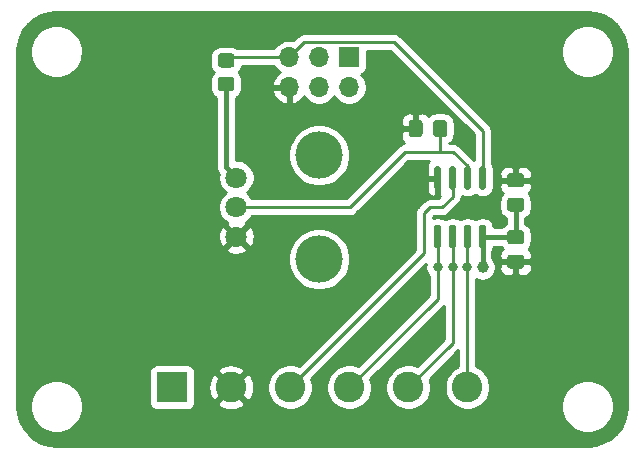
<source format=gbr>
%TF.GenerationSoftware,KiCad,Pcbnew,5.1.9-73d0e3b20d~88~ubuntu20.04.1*%
%TF.CreationDate,2021-04-20T00:17:22+02:00*%
%TF.ProjectId,hardware,68617264-7761-4726-952e-6b696361645f,rev?*%
%TF.SameCoordinates,Original*%
%TF.FileFunction,Copper,L1,Top*%
%TF.FilePolarity,Positive*%
%FSLAX46Y46*%
G04 Gerber Fmt 4.6, Leading zero omitted, Abs format (unit mm)*
G04 Created by KiCad (PCBNEW 5.1.9-73d0e3b20d~88~ubuntu20.04.1) date 2021-04-20 00:17:22*
%MOMM*%
%LPD*%
G01*
G04 APERTURE LIST*
%TA.AperFunction,ComponentPad*%
%ADD10R,2.600000X2.600000*%
%TD*%
%TA.AperFunction,ComponentPad*%
%ADD11C,2.600000*%
%TD*%
%TA.AperFunction,ComponentPad*%
%ADD12R,1.700000X1.700000*%
%TD*%
%TA.AperFunction,ComponentPad*%
%ADD13O,1.700000X1.700000*%
%TD*%
%TA.AperFunction,WasherPad*%
%ADD14C,4.000000*%
%TD*%
%TA.AperFunction,ComponentPad*%
%ADD15C,1.800000*%
%TD*%
%TA.AperFunction,ViaPad*%
%ADD16C,0.800000*%
%TD*%
%TA.AperFunction,ViaPad*%
%ADD17C,1.000000*%
%TD*%
%TA.AperFunction,Conductor*%
%ADD18C,0.400000*%
%TD*%
%TA.AperFunction,Conductor*%
%ADD19C,0.250000*%
%TD*%
%TA.AperFunction,Conductor*%
%ADD20C,0.254000*%
%TD*%
%TA.AperFunction,Conductor*%
%ADD21C,0.100000*%
%TD*%
G04 APERTURE END LIST*
%TO.P,C1,2*%
%TO.N,GND*%
%TA.AperFunction,SMDPad,CuDef*%
G36*
G01*
X111412000Y-141187500D02*
X112362000Y-141187500D01*
G75*
G02*
X112612000Y-141437500I0J-250000D01*
G01*
X112612000Y-142112500D01*
G75*
G02*
X112362000Y-142362500I-250000J0D01*
G01*
X111412000Y-142362500D01*
G75*
G02*
X111162000Y-142112500I0J250000D01*
G01*
X111162000Y-141437500D01*
G75*
G02*
X111412000Y-141187500I250000J0D01*
G01*
G37*
%TD.AperFunction*%
%TO.P,C1,1*%
%TO.N,+5V*%
%TA.AperFunction,SMDPad,CuDef*%
G36*
G01*
X111412000Y-139112500D02*
X112362000Y-139112500D01*
G75*
G02*
X112612000Y-139362500I0J-250000D01*
G01*
X112612000Y-140037500D01*
G75*
G02*
X112362000Y-140287500I-250000J0D01*
G01*
X111412000Y-140287500D01*
G75*
G02*
X111162000Y-140037500I0J250000D01*
G01*
X111162000Y-139362500D01*
G75*
G02*
X111412000Y-139112500I250000J0D01*
G01*
G37*
%TD.AperFunction*%
%TD*%
%TO.P,C2,1*%
%TO.N,+5V*%
%TA.AperFunction,SMDPad,CuDef*%
G36*
G01*
X112362000Y-137536500D02*
X111412000Y-137536500D01*
G75*
G02*
X111162000Y-137286500I0J250000D01*
G01*
X111162000Y-136611500D01*
G75*
G02*
X111412000Y-136361500I250000J0D01*
G01*
X112362000Y-136361500D01*
G75*
G02*
X112612000Y-136611500I0J-250000D01*
G01*
X112612000Y-137286500D01*
G75*
G02*
X112362000Y-137536500I-250000J0D01*
G01*
G37*
%TD.AperFunction*%
%TO.P,C2,2*%
%TO.N,GND*%
%TA.AperFunction,SMDPad,CuDef*%
G36*
G01*
X112362000Y-135461500D02*
X111412000Y-135461500D01*
G75*
G02*
X111162000Y-135211500I0J250000D01*
G01*
X111162000Y-134536500D01*
G75*
G02*
X111412000Y-134286500I250000J0D01*
G01*
X112362000Y-134286500D01*
G75*
G02*
X112612000Y-134536500I0J-250000D01*
G01*
X112612000Y-135211500D01*
G75*
G02*
X112362000Y-135461500I-250000J0D01*
G01*
G37*
%TD.AperFunction*%
%TD*%
%TO.P,C3,1*%
%TO.N,POT*%
%TA.AperFunction,SMDPad,CuDef*%
G36*
G01*
X106087500Y-130025000D02*
X106087500Y-130975000D01*
G75*
G02*
X105837500Y-131225000I-250000J0D01*
G01*
X105162500Y-131225000D01*
G75*
G02*
X104912500Y-130975000I0J250000D01*
G01*
X104912500Y-130025000D01*
G75*
G02*
X105162500Y-129775000I250000J0D01*
G01*
X105837500Y-129775000D01*
G75*
G02*
X106087500Y-130025000I0J-250000D01*
G01*
G37*
%TD.AperFunction*%
%TO.P,C3,2*%
%TO.N,GND*%
%TA.AperFunction,SMDPad,CuDef*%
G36*
G01*
X104012500Y-130025000D02*
X104012500Y-130975000D01*
G75*
G02*
X103762500Y-131225000I-250000J0D01*
G01*
X103087500Y-131225000D01*
G75*
G02*
X102837500Y-130975000I0J250000D01*
G01*
X102837500Y-130025000D01*
G75*
G02*
X103087500Y-129775000I250000J0D01*
G01*
X103762500Y-129775000D01*
G75*
G02*
X104012500Y-130025000I0J-250000D01*
G01*
G37*
%TD.AperFunction*%
%TD*%
D10*
%TO.P,J1,1*%
%TO.N,+5V*%
X82804000Y-152400000D03*
D11*
%TO.P,J1,2*%
%TO.N,GND*%
X87804000Y-152400000D03*
%TO.P,J1,3*%
%TO.N,PWM*%
X92804000Y-152400000D03*
%TO.P,J1,4*%
%TO.N,PB0*%
X97804000Y-152400000D03*
%TO.P,J1,5*%
%TO.N,PB1*%
X102804000Y-152400000D03*
%TO.P,J1,6*%
%TO.N,PB2*%
X107804000Y-152400000D03*
%TD*%
D12*
%TO.P,J2,1*%
%TO.N,PB1*%
X97790000Y-124460000D03*
D13*
%TO.P,J2,2*%
%TO.N,+5V*%
X97790000Y-127000000D03*
%TO.P,J2,3*%
%TO.N,PB2*%
X95250000Y-124460000D03*
%TO.P,J2,4*%
%TO.N,PB0*%
X95250000Y-127000000D03*
%TO.P,J2,5*%
%TO.N,nRST*%
X92710000Y-124460000D03*
%TO.P,J2,6*%
%TO.N,GND*%
X92710000Y-127000000D03*
%TD*%
%TO.P,R1,1*%
%TO.N,+5V*%
%TA.AperFunction,SMDPad,CuDef*%
G36*
G01*
X87826001Y-127330000D02*
X86925999Y-127330000D01*
G75*
G02*
X86676000Y-127080001I0J249999D01*
G01*
X86676000Y-126379999D01*
G75*
G02*
X86925999Y-126130000I249999J0D01*
G01*
X87826001Y-126130000D01*
G75*
G02*
X88076000Y-126379999I0J-249999D01*
G01*
X88076000Y-127080001D01*
G75*
G02*
X87826001Y-127330000I-249999J0D01*
G01*
G37*
%TD.AperFunction*%
%TO.P,R1,2*%
%TO.N,nRST*%
%TA.AperFunction,SMDPad,CuDef*%
G36*
G01*
X87826001Y-125330000D02*
X86925999Y-125330000D01*
G75*
G02*
X86676000Y-125080001I0J249999D01*
G01*
X86676000Y-124379999D01*
G75*
G02*
X86925999Y-124130000I249999J0D01*
G01*
X87826001Y-124130000D01*
G75*
G02*
X88076000Y-124379999I0J-249999D01*
G01*
X88076000Y-125080001D01*
G75*
G02*
X87826001Y-125330000I-249999J0D01*
G01*
G37*
%TD.AperFunction*%
%TD*%
%TO.P,U1,8*%
%TO.N,+5V*%
%TA.AperFunction,SMDPad,CuDef*%
G36*
G01*
X108943000Y-138660000D02*
X109243000Y-138660000D01*
G75*
G02*
X109393000Y-138810000I0J-150000D01*
G01*
X109393000Y-140460000D01*
G75*
G02*
X109243000Y-140610000I-150000J0D01*
G01*
X108943000Y-140610000D01*
G75*
G02*
X108793000Y-140460000I0J150000D01*
G01*
X108793000Y-138810000D01*
G75*
G02*
X108943000Y-138660000I150000J0D01*
G01*
G37*
%TD.AperFunction*%
%TO.P,U1,7*%
%TO.N,PB2*%
%TA.AperFunction,SMDPad,CuDef*%
G36*
G01*
X107673000Y-138660000D02*
X107973000Y-138660000D01*
G75*
G02*
X108123000Y-138810000I0J-150000D01*
G01*
X108123000Y-140460000D01*
G75*
G02*
X107973000Y-140610000I-150000J0D01*
G01*
X107673000Y-140610000D01*
G75*
G02*
X107523000Y-140460000I0J150000D01*
G01*
X107523000Y-138810000D01*
G75*
G02*
X107673000Y-138660000I150000J0D01*
G01*
G37*
%TD.AperFunction*%
%TO.P,U1,6*%
%TO.N,PB1*%
%TA.AperFunction,SMDPad,CuDef*%
G36*
G01*
X106403000Y-138660000D02*
X106703000Y-138660000D01*
G75*
G02*
X106853000Y-138810000I0J-150000D01*
G01*
X106853000Y-140460000D01*
G75*
G02*
X106703000Y-140610000I-150000J0D01*
G01*
X106403000Y-140610000D01*
G75*
G02*
X106253000Y-140460000I0J150000D01*
G01*
X106253000Y-138810000D01*
G75*
G02*
X106403000Y-138660000I150000J0D01*
G01*
G37*
%TD.AperFunction*%
%TO.P,U1,5*%
%TO.N,PB0*%
%TA.AperFunction,SMDPad,CuDef*%
G36*
G01*
X105133000Y-138660000D02*
X105433000Y-138660000D01*
G75*
G02*
X105583000Y-138810000I0J-150000D01*
G01*
X105583000Y-140460000D01*
G75*
G02*
X105433000Y-140610000I-150000J0D01*
G01*
X105133000Y-140610000D01*
G75*
G02*
X104983000Y-140460000I0J150000D01*
G01*
X104983000Y-138810000D01*
G75*
G02*
X105133000Y-138660000I150000J0D01*
G01*
G37*
%TD.AperFunction*%
%TO.P,U1,4*%
%TO.N,GND*%
%TA.AperFunction,SMDPad,CuDef*%
G36*
G01*
X105133000Y-133710000D02*
X105433000Y-133710000D01*
G75*
G02*
X105583000Y-133860000I0J-150000D01*
G01*
X105583000Y-135510000D01*
G75*
G02*
X105433000Y-135660000I-150000J0D01*
G01*
X105133000Y-135660000D01*
G75*
G02*
X104983000Y-135510000I0J150000D01*
G01*
X104983000Y-133860000D01*
G75*
G02*
X105133000Y-133710000I150000J0D01*
G01*
G37*
%TD.AperFunction*%
%TO.P,U1,3*%
%TO.N,PWM*%
%TA.AperFunction,SMDPad,CuDef*%
G36*
G01*
X106403000Y-133710000D02*
X106703000Y-133710000D01*
G75*
G02*
X106853000Y-133860000I0J-150000D01*
G01*
X106853000Y-135510000D01*
G75*
G02*
X106703000Y-135660000I-150000J0D01*
G01*
X106403000Y-135660000D01*
G75*
G02*
X106253000Y-135510000I0J150000D01*
G01*
X106253000Y-133860000D01*
G75*
G02*
X106403000Y-133710000I150000J0D01*
G01*
G37*
%TD.AperFunction*%
%TO.P,U1,2*%
%TO.N,POT*%
%TA.AperFunction,SMDPad,CuDef*%
G36*
G01*
X107673000Y-133710000D02*
X107973000Y-133710000D01*
G75*
G02*
X108123000Y-133860000I0J-150000D01*
G01*
X108123000Y-135510000D01*
G75*
G02*
X107973000Y-135660000I-150000J0D01*
G01*
X107673000Y-135660000D01*
G75*
G02*
X107523000Y-135510000I0J150000D01*
G01*
X107523000Y-133860000D01*
G75*
G02*
X107673000Y-133710000I150000J0D01*
G01*
G37*
%TD.AperFunction*%
%TO.P,U1,1*%
%TO.N,nRST*%
%TA.AperFunction,SMDPad,CuDef*%
G36*
G01*
X108943000Y-133710000D02*
X109243000Y-133710000D01*
G75*
G02*
X109393000Y-133860000I0J-150000D01*
G01*
X109393000Y-135510000D01*
G75*
G02*
X109243000Y-135660000I-150000J0D01*
G01*
X108943000Y-135660000D01*
G75*
G02*
X108793000Y-135510000I0J150000D01*
G01*
X108793000Y-133860000D01*
G75*
G02*
X108943000Y-133710000I150000J0D01*
G01*
G37*
%TD.AperFunction*%
%TD*%
D14*
%TO.P,RV1,*%
%TO.N,*%
X95250000Y-141560000D03*
X95250000Y-132760000D03*
D15*
%TO.P,RV1,1*%
%TO.N,GND*%
X88250000Y-139660000D03*
%TO.P,RV1,2*%
%TO.N,POT*%
X88250000Y-137160000D03*
%TO.P,RV1,3*%
%TO.N,+5V*%
X88250000Y-134660000D03*
%TD*%
D16*
%TO.N,GND*%
X111760000Y-130810000D03*
X111887000Y-146050000D03*
X101500000Y-128500000D03*
X103000000Y-134500000D03*
X89500000Y-129500000D03*
X107000000Y-125500000D03*
X84000000Y-129500000D03*
D17*
%TO.N,+5V*%
X109093000Y-142240000D03*
D16*
%TO.N,PB2*%
X107804000Y-142259000D03*
%TO.N,PB1*%
X106553000Y-142240000D03*
%TO.N,PB0*%
X105283000Y-142240000D03*
%TD*%
D18*
%TO.N,+5V*%
X109093000Y-142240000D02*
X109093000Y-139635000D01*
X111887000Y-136949000D02*
X111887000Y-139700000D01*
X109158000Y-139700000D02*
X109093000Y-139635000D01*
X111887000Y-139700000D02*
X109158000Y-139700000D01*
X87376000Y-133786000D02*
X88250000Y-134660000D01*
X87376000Y-126730000D02*
X87376000Y-133786000D01*
D19*
%TO.N,POT*%
X107823000Y-133710000D02*
X106613000Y-132500000D01*
X107823000Y-134685000D02*
X107823000Y-133710000D01*
X97840000Y-137160000D02*
X88250000Y-137160000D01*
X102500000Y-132500000D02*
X97840000Y-137160000D01*
X105500000Y-130500000D02*
X105500000Y-132500000D01*
X105500000Y-132500000D02*
X102500000Y-132500000D01*
X106613000Y-132500000D02*
X105500000Y-132500000D01*
%TO.N,PWM*%
X106553000Y-134685000D02*
X106553000Y-136271000D01*
X106553000Y-136271000D02*
X105664000Y-137160000D01*
X105664000Y-137160000D02*
X104648000Y-137160000D01*
X104648000Y-137160000D02*
X104140000Y-137668000D01*
X104140000Y-141064000D02*
X92804000Y-152400000D01*
X104140000Y-137668000D02*
X104140000Y-141064000D01*
%TO.N,PB2*%
X107804000Y-139654000D02*
X107823000Y-139635000D01*
X107804000Y-152400000D02*
X107804000Y-142259000D01*
X107804000Y-142259000D02*
X107804000Y-139654000D01*
%TO.N,PB1*%
X106553000Y-148651000D02*
X102804000Y-152400000D01*
X106553000Y-139635000D02*
X106553000Y-142240000D01*
X106553000Y-142240000D02*
X106553000Y-148651000D01*
%TO.N,PB0*%
X105283000Y-144921000D02*
X97804000Y-152400000D01*
X105283000Y-139635000D02*
X105283000Y-142240000D01*
X105283000Y-142240000D02*
X105283000Y-144921000D01*
%TO.N,nRST*%
X109093000Y-134685000D02*
X109093000Y-130683000D01*
X109093000Y-130683000D02*
X101600000Y-123190000D01*
X93980000Y-123190000D02*
X92710000Y-124460000D01*
X101600000Y-123190000D02*
X93980000Y-123190000D01*
X87646000Y-124460000D02*
X87376000Y-124730000D01*
X92710000Y-124460000D02*
X87646000Y-124460000D01*
%TD*%
D20*
%TO.N,GND*%
X118648126Y-120726714D02*
X119271572Y-120914943D01*
X119846579Y-121220681D01*
X120351247Y-121632279D01*
X120766362Y-122134067D01*
X121076105Y-122706924D01*
X121268682Y-123329039D01*
X121340001Y-124007594D01*
X121340000Y-153967721D01*
X121273286Y-154648126D01*
X121085057Y-155271570D01*
X120779323Y-155846573D01*
X120367721Y-156351248D01*
X119865933Y-156766362D01*
X119293077Y-157076104D01*
X118670961Y-157268682D01*
X117992417Y-157340000D01*
X73032279Y-157340000D01*
X72351874Y-157273286D01*
X71728430Y-157085057D01*
X71153427Y-156779323D01*
X70648752Y-156367721D01*
X70233638Y-155865933D01*
X69923896Y-155293077D01*
X69731318Y-154670961D01*
X69660000Y-153992417D01*
X69660000Y-153779872D01*
X70765000Y-153779872D01*
X70765000Y-154220128D01*
X70850890Y-154651925D01*
X71019369Y-155058669D01*
X71263962Y-155424729D01*
X71575271Y-155736038D01*
X71941331Y-155980631D01*
X72348075Y-156149110D01*
X72779872Y-156235000D01*
X73220128Y-156235000D01*
X73651925Y-156149110D01*
X74058669Y-155980631D01*
X74424729Y-155736038D01*
X74736038Y-155424729D01*
X74980631Y-155058669D01*
X75149110Y-154651925D01*
X75235000Y-154220128D01*
X75235000Y-153779872D01*
X75149110Y-153348075D01*
X74980631Y-152941331D01*
X74736038Y-152575271D01*
X74424729Y-152263962D01*
X74058669Y-152019369D01*
X73651925Y-151850890D01*
X73220128Y-151765000D01*
X72779872Y-151765000D01*
X72348075Y-151850890D01*
X71941331Y-152019369D01*
X71575271Y-152263962D01*
X71263962Y-152575271D01*
X71019369Y-152941331D01*
X70850890Y-153348075D01*
X70765000Y-153779872D01*
X69660000Y-153779872D01*
X69660000Y-151100000D01*
X80865928Y-151100000D01*
X80865928Y-153700000D01*
X80878188Y-153824482D01*
X80914498Y-153944180D01*
X80973463Y-154054494D01*
X81052815Y-154151185D01*
X81149506Y-154230537D01*
X81259820Y-154289502D01*
X81379518Y-154325812D01*
X81504000Y-154338072D01*
X84104000Y-154338072D01*
X84228482Y-154325812D01*
X84348180Y-154289502D01*
X84458494Y-154230537D01*
X84555185Y-154151185D01*
X84634537Y-154054494D01*
X84693502Y-153944180D01*
X84729812Y-153824482D01*
X84737224Y-153749224D01*
X86634381Y-153749224D01*
X86766317Y-154044312D01*
X87107045Y-154215159D01*
X87474557Y-154316250D01*
X87854729Y-154343701D01*
X88232951Y-154296457D01*
X88594690Y-154176333D01*
X88841683Y-154044312D01*
X88973619Y-153749224D01*
X87804000Y-152579605D01*
X86634381Y-153749224D01*
X84737224Y-153749224D01*
X84742072Y-153700000D01*
X84742072Y-152450729D01*
X85860299Y-152450729D01*
X85907543Y-152828951D01*
X86027667Y-153190690D01*
X86159688Y-153437683D01*
X86454776Y-153569619D01*
X87624395Y-152400000D01*
X87983605Y-152400000D01*
X89153224Y-153569619D01*
X89448312Y-153437683D01*
X89619159Y-153096955D01*
X89720250Y-152729443D01*
X89747701Y-152349271D01*
X89700457Y-151971049D01*
X89580333Y-151609310D01*
X89448312Y-151362317D01*
X89153224Y-151230381D01*
X87983605Y-152400000D01*
X87624395Y-152400000D01*
X86454776Y-151230381D01*
X86159688Y-151362317D01*
X85988841Y-151703045D01*
X85887750Y-152070557D01*
X85860299Y-152450729D01*
X84742072Y-152450729D01*
X84742072Y-151100000D01*
X84737225Y-151050776D01*
X86634381Y-151050776D01*
X87804000Y-152220395D01*
X88973619Y-151050776D01*
X88841683Y-150755688D01*
X88500955Y-150584841D01*
X88133443Y-150483750D01*
X87753271Y-150456299D01*
X87375049Y-150503543D01*
X87013310Y-150623667D01*
X86766317Y-150755688D01*
X86634381Y-151050776D01*
X84737225Y-151050776D01*
X84729812Y-150975518D01*
X84693502Y-150855820D01*
X84634537Y-150745506D01*
X84555185Y-150648815D01*
X84458494Y-150569463D01*
X84348180Y-150510498D01*
X84228482Y-150474188D01*
X84104000Y-150461928D01*
X81504000Y-150461928D01*
X81379518Y-150474188D01*
X81259820Y-150510498D01*
X81149506Y-150569463D01*
X81052815Y-150648815D01*
X80973463Y-150745506D01*
X80914498Y-150855820D01*
X80878188Y-150975518D01*
X80865928Y-151100000D01*
X69660000Y-151100000D01*
X69660000Y-141300475D01*
X92615000Y-141300475D01*
X92615000Y-141819525D01*
X92716261Y-142328601D01*
X92914893Y-142808141D01*
X93203262Y-143239715D01*
X93570285Y-143606738D01*
X94001859Y-143895107D01*
X94481399Y-144093739D01*
X94990475Y-144195000D01*
X95509525Y-144195000D01*
X96018601Y-144093739D01*
X96498141Y-143895107D01*
X96929715Y-143606738D01*
X97296738Y-143239715D01*
X97585107Y-142808141D01*
X97783739Y-142328601D01*
X97885000Y-141819525D01*
X97885000Y-141300475D01*
X97783739Y-140791399D01*
X97585107Y-140311859D01*
X97296738Y-139880285D01*
X96929715Y-139513262D01*
X96498141Y-139224893D01*
X96018601Y-139026261D01*
X95509525Y-138925000D01*
X94990475Y-138925000D01*
X94481399Y-139026261D01*
X94001859Y-139224893D01*
X93570285Y-139513262D01*
X93203262Y-139880285D01*
X92914893Y-140311859D01*
X92716261Y-140791399D01*
X92615000Y-141300475D01*
X69660000Y-141300475D01*
X69660000Y-140724080D01*
X87365525Y-140724080D01*
X87449208Y-140978261D01*
X87721775Y-141109158D01*
X88014642Y-141184365D01*
X88316553Y-141200991D01*
X88615907Y-141158397D01*
X88901199Y-141058222D01*
X89050792Y-140978261D01*
X89134475Y-140724080D01*
X88250000Y-139839605D01*
X87365525Y-140724080D01*
X69660000Y-140724080D01*
X69660000Y-139726553D01*
X86709009Y-139726553D01*
X86751603Y-140025907D01*
X86851778Y-140311199D01*
X86931739Y-140460792D01*
X87185920Y-140544475D01*
X88070395Y-139660000D01*
X88429605Y-139660000D01*
X89314080Y-140544475D01*
X89568261Y-140460792D01*
X89699158Y-140188225D01*
X89774365Y-139895358D01*
X89790991Y-139593447D01*
X89748397Y-139294093D01*
X89648222Y-139008801D01*
X89568261Y-138859208D01*
X89314080Y-138775525D01*
X88429605Y-139660000D01*
X88070395Y-139660000D01*
X87185920Y-138775525D01*
X86931739Y-138859208D01*
X86800842Y-139131775D01*
X86725635Y-139424642D01*
X86709009Y-139726553D01*
X69660000Y-139726553D01*
X69660000Y-124032278D01*
X69684748Y-123779872D01*
X70765000Y-123779872D01*
X70765000Y-124220128D01*
X70850890Y-124651925D01*
X71019369Y-125058669D01*
X71263962Y-125424729D01*
X71575271Y-125736038D01*
X71941331Y-125980631D01*
X72348075Y-126149110D01*
X72779872Y-126235000D01*
X73220128Y-126235000D01*
X73651925Y-126149110D01*
X74058669Y-125980631D01*
X74424729Y-125736038D01*
X74736038Y-125424729D01*
X74980631Y-125058669D01*
X75149110Y-124651925D01*
X75203199Y-124379999D01*
X86037928Y-124379999D01*
X86037928Y-125080001D01*
X86054992Y-125253255D01*
X86105528Y-125419851D01*
X86187595Y-125573387D01*
X86298038Y-125707962D01*
X86324891Y-125730000D01*
X86298038Y-125752038D01*
X86187595Y-125886613D01*
X86105528Y-126040149D01*
X86054992Y-126206745D01*
X86037928Y-126379999D01*
X86037928Y-127080001D01*
X86054992Y-127253255D01*
X86105528Y-127419851D01*
X86187595Y-127573387D01*
X86298038Y-127707962D01*
X86432613Y-127818405D01*
X86541000Y-127876339D01*
X86541001Y-133744972D01*
X86536960Y-133786000D01*
X86553082Y-133949688D01*
X86600828Y-134107086D01*
X86678364Y-134252145D01*
X86696135Y-134273799D01*
X86748947Y-134338151D01*
X86715000Y-134508816D01*
X86715000Y-134811184D01*
X86773989Y-135107743D01*
X86889701Y-135387095D01*
X87057688Y-135638505D01*
X87271495Y-135852312D01*
X87357831Y-135910000D01*
X87271495Y-135967688D01*
X87057688Y-136181495D01*
X86889701Y-136432905D01*
X86773989Y-136712257D01*
X86715000Y-137008816D01*
X86715000Y-137311184D01*
X86773989Y-137607743D01*
X86889701Y-137887095D01*
X87057688Y-138138505D01*
X87271495Y-138352312D01*
X87414310Y-138447738D01*
X87365525Y-138595920D01*
X88250000Y-139480395D01*
X89134475Y-138595920D01*
X89085690Y-138447738D01*
X89228505Y-138352312D01*
X89442312Y-138138505D01*
X89588313Y-137920000D01*
X97802678Y-137920000D01*
X97840000Y-137923676D01*
X97877322Y-137920000D01*
X97877333Y-137920000D01*
X97988986Y-137909003D01*
X98132247Y-137865546D01*
X98264276Y-137794974D01*
X98380001Y-137700001D01*
X98403804Y-137670997D01*
X100414801Y-135660000D01*
X104344928Y-135660000D01*
X104357188Y-135784482D01*
X104393498Y-135904180D01*
X104452463Y-136014494D01*
X104531815Y-136111185D01*
X104628506Y-136190537D01*
X104738820Y-136249502D01*
X104858518Y-136285812D01*
X104983000Y-136298072D01*
X104997250Y-136295000D01*
X105156000Y-136136250D01*
X105156000Y-134812000D01*
X104506750Y-134812000D01*
X104348000Y-134970750D01*
X104344928Y-135660000D01*
X100414801Y-135660000D01*
X102814802Y-133260000D01*
X104530842Y-133260000D01*
X104452463Y-133355506D01*
X104393498Y-133465820D01*
X104357188Y-133585518D01*
X104344928Y-133710000D01*
X104348000Y-134399250D01*
X104506750Y-134558000D01*
X105156000Y-134558000D01*
X105156000Y-134538000D01*
X105410000Y-134538000D01*
X105410000Y-134558000D01*
X105430000Y-134558000D01*
X105430000Y-134812000D01*
X105410000Y-134812000D01*
X105410000Y-136136250D01*
X105511474Y-136237724D01*
X105349199Y-136400000D01*
X104685322Y-136400000D01*
X104647999Y-136396324D01*
X104610676Y-136400000D01*
X104610667Y-136400000D01*
X104499014Y-136410997D01*
X104355753Y-136454454D01*
X104223724Y-136525026D01*
X104107999Y-136619999D01*
X104084200Y-136648998D01*
X103629002Y-137104197D01*
X103599999Y-137127999D01*
X103573737Y-137160000D01*
X103505026Y-137243724D01*
X103470142Y-137308987D01*
X103434454Y-137375754D01*
X103390997Y-137519015D01*
X103380000Y-137630668D01*
X103380000Y-137630678D01*
X103376324Y-137668000D01*
X103380000Y-137705323D01*
X103380001Y-140749197D01*
X93524986Y-150604213D01*
X93368419Y-150539361D01*
X92994581Y-150465000D01*
X92613419Y-150465000D01*
X92239581Y-150539361D01*
X91887434Y-150685225D01*
X91570509Y-150896987D01*
X91300987Y-151166509D01*
X91089225Y-151483434D01*
X90943361Y-151835581D01*
X90869000Y-152209419D01*
X90869000Y-152590581D01*
X90943361Y-152964419D01*
X91089225Y-153316566D01*
X91300987Y-153633491D01*
X91570509Y-153903013D01*
X91887434Y-154114775D01*
X92239581Y-154260639D01*
X92613419Y-154335000D01*
X92994581Y-154335000D01*
X93368419Y-154260639D01*
X93720566Y-154114775D01*
X94037491Y-153903013D01*
X94307013Y-153633491D01*
X94518775Y-153316566D01*
X94664639Y-152964419D01*
X94739000Y-152590581D01*
X94739000Y-152209419D01*
X94664639Y-151835581D01*
X94599787Y-151679014D01*
X104274632Y-142004170D01*
X104248000Y-142138061D01*
X104248000Y-142341939D01*
X104287774Y-142541898D01*
X104365795Y-142730256D01*
X104479063Y-142899774D01*
X104523000Y-142943711D01*
X104523001Y-144606197D01*
X98524986Y-150604213D01*
X98368419Y-150539361D01*
X97994581Y-150465000D01*
X97613419Y-150465000D01*
X97239581Y-150539361D01*
X96887434Y-150685225D01*
X96570509Y-150896987D01*
X96300987Y-151166509D01*
X96089225Y-151483434D01*
X95943361Y-151835581D01*
X95869000Y-152209419D01*
X95869000Y-152590581D01*
X95943361Y-152964419D01*
X96089225Y-153316566D01*
X96300987Y-153633491D01*
X96570509Y-153903013D01*
X96887434Y-154114775D01*
X97239581Y-154260639D01*
X97613419Y-154335000D01*
X97994581Y-154335000D01*
X98368419Y-154260639D01*
X98720566Y-154114775D01*
X99037491Y-153903013D01*
X99307013Y-153633491D01*
X99518775Y-153316566D01*
X99664639Y-152964419D01*
X99739000Y-152590581D01*
X99739000Y-152209419D01*
X99664639Y-151835581D01*
X99599787Y-151679014D01*
X105793001Y-145485801D01*
X105793001Y-148336197D01*
X103524986Y-150604213D01*
X103368419Y-150539361D01*
X102994581Y-150465000D01*
X102613419Y-150465000D01*
X102239581Y-150539361D01*
X101887434Y-150685225D01*
X101570509Y-150896987D01*
X101300987Y-151166509D01*
X101089225Y-151483434D01*
X100943361Y-151835581D01*
X100869000Y-152209419D01*
X100869000Y-152590581D01*
X100943361Y-152964419D01*
X101089225Y-153316566D01*
X101300987Y-153633491D01*
X101570509Y-153903013D01*
X101887434Y-154114775D01*
X102239581Y-154260639D01*
X102613419Y-154335000D01*
X102994581Y-154335000D01*
X103368419Y-154260639D01*
X103720566Y-154114775D01*
X104037491Y-153903013D01*
X104307013Y-153633491D01*
X104518775Y-153316566D01*
X104664639Y-152964419D01*
X104739000Y-152590581D01*
X104739000Y-152209419D01*
X104664639Y-151835581D01*
X104599787Y-151679014D01*
X107044000Y-149234802D01*
X107044000Y-150620373D01*
X106887434Y-150685225D01*
X106570509Y-150896987D01*
X106300987Y-151166509D01*
X106089225Y-151483434D01*
X105943361Y-151835581D01*
X105869000Y-152209419D01*
X105869000Y-152590581D01*
X105943361Y-152964419D01*
X106089225Y-153316566D01*
X106300987Y-153633491D01*
X106570509Y-153903013D01*
X106887434Y-154114775D01*
X107239581Y-154260639D01*
X107613419Y-154335000D01*
X107994581Y-154335000D01*
X108368419Y-154260639D01*
X108720566Y-154114775D01*
X109037491Y-153903013D01*
X109160632Y-153779872D01*
X115765000Y-153779872D01*
X115765000Y-154220128D01*
X115850890Y-154651925D01*
X116019369Y-155058669D01*
X116263962Y-155424729D01*
X116575271Y-155736038D01*
X116941331Y-155980631D01*
X117348075Y-156149110D01*
X117779872Y-156235000D01*
X118220128Y-156235000D01*
X118651925Y-156149110D01*
X119058669Y-155980631D01*
X119424729Y-155736038D01*
X119736038Y-155424729D01*
X119980631Y-155058669D01*
X120149110Y-154651925D01*
X120235000Y-154220128D01*
X120235000Y-153779872D01*
X120149110Y-153348075D01*
X119980631Y-152941331D01*
X119736038Y-152575271D01*
X119424729Y-152263962D01*
X119058669Y-152019369D01*
X118651925Y-151850890D01*
X118220128Y-151765000D01*
X117779872Y-151765000D01*
X117348075Y-151850890D01*
X116941331Y-152019369D01*
X116575271Y-152263962D01*
X116263962Y-152575271D01*
X116019369Y-152941331D01*
X115850890Y-153348075D01*
X115765000Y-153779872D01*
X109160632Y-153779872D01*
X109307013Y-153633491D01*
X109518775Y-153316566D01*
X109664639Y-152964419D01*
X109739000Y-152590581D01*
X109739000Y-152209419D01*
X109664639Y-151835581D01*
X109518775Y-151483434D01*
X109307013Y-151166509D01*
X109037491Y-150896987D01*
X108720566Y-150685225D01*
X108564000Y-150620373D01*
X108564000Y-143249396D01*
X108761933Y-143331383D01*
X108981212Y-143375000D01*
X109204788Y-143375000D01*
X109424067Y-143331383D01*
X109630624Y-143245824D01*
X109816520Y-143121612D01*
X109974612Y-142963520D01*
X110098824Y-142777624D01*
X110184383Y-142571067D01*
X110225869Y-142362500D01*
X110523928Y-142362500D01*
X110536188Y-142486982D01*
X110572498Y-142606680D01*
X110631463Y-142716994D01*
X110710815Y-142813685D01*
X110807506Y-142893037D01*
X110917820Y-142952002D01*
X111037518Y-142988312D01*
X111162000Y-143000572D01*
X111601250Y-142997500D01*
X111760000Y-142838750D01*
X111760000Y-141902000D01*
X112014000Y-141902000D01*
X112014000Y-142838750D01*
X112172750Y-142997500D01*
X112612000Y-143000572D01*
X112736482Y-142988312D01*
X112856180Y-142952002D01*
X112966494Y-142893037D01*
X113063185Y-142813685D01*
X113142537Y-142716994D01*
X113201502Y-142606680D01*
X113237812Y-142486982D01*
X113250072Y-142362500D01*
X113247000Y-142060750D01*
X113088250Y-141902000D01*
X112014000Y-141902000D01*
X111760000Y-141902000D01*
X110685750Y-141902000D01*
X110527000Y-142060750D01*
X110523928Y-142362500D01*
X110225869Y-142362500D01*
X110228000Y-142351788D01*
X110228000Y-142128212D01*
X110184383Y-141908933D01*
X110098824Y-141702376D01*
X109974612Y-141516480D01*
X109928000Y-141469868D01*
X109928000Y-140842186D01*
X109971084Y-140761582D01*
X110015929Y-140613745D01*
X110023685Y-140535000D01*
X110676971Y-140535000D01*
X110784038Y-140665462D01*
X110790594Y-140670842D01*
X110710815Y-140736315D01*
X110631463Y-140833006D01*
X110572498Y-140943320D01*
X110536188Y-141063018D01*
X110523928Y-141187500D01*
X110527000Y-141489250D01*
X110685750Y-141648000D01*
X111760000Y-141648000D01*
X111760000Y-141628000D01*
X112014000Y-141628000D01*
X112014000Y-141648000D01*
X113088250Y-141648000D01*
X113247000Y-141489250D01*
X113250072Y-141187500D01*
X113237812Y-141063018D01*
X113201502Y-140943320D01*
X113142537Y-140833006D01*
X113063185Y-140736315D01*
X112983406Y-140670842D01*
X112989962Y-140665462D01*
X113100405Y-140530886D01*
X113182472Y-140377350D01*
X113233008Y-140210754D01*
X113250072Y-140037500D01*
X113250072Y-139362500D01*
X113233008Y-139189246D01*
X113182472Y-139022650D01*
X113100405Y-138869114D01*
X112989962Y-138734538D01*
X112855386Y-138624095D01*
X112722000Y-138552798D01*
X112722000Y-138096202D01*
X112855386Y-138024905D01*
X112989962Y-137914462D01*
X113100405Y-137779886D01*
X113182472Y-137626350D01*
X113233008Y-137459754D01*
X113250072Y-137286500D01*
X113250072Y-136611500D01*
X113233008Y-136438246D01*
X113182472Y-136271650D01*
X113100405Y-136118114D01*
X112989962Y-135983538D01*
X112983406Y-135978158D01*
X113063185Y-135912685D01*
X113142537Y-135815994D01*
X113201502Y-135705680D01*
X113237812Y-135585982D01*
X113250072Y-135461500D01*
X113247000Y-135159750D01*
X113088250Y-135001000D01*
X112014000Y-135001000D01*
X112014000Y-135021000D01*
X111760000Y-135021000D01*
X111760000Y-135001000D01*
X110685750Y-135001000D01*
X110527000Y-135159750D01*
X110523928Y-135461500D01*
X110536188Y-135585982D01*
X110572498Y-135705680D01*
X110631463Y-135815994D01*
X110710815Y-135912685D01*
X110790594Y-135978158D01*
X110784038Y-135983538D01*
X110673595Y-136118114D01*
X110591528Y-136271650D01*
X110540992Y-136438246D01*
X110523928Y-136611500D01*
X110523928Y-137286500D01*
X110540992Y-137459754D01*
X110591528Y-137626350D01*
X110673595Y-137779886D01*
X110784038Y-137914462D01*
X110918614Y-138024905D01*
X111052000Y-138096202D01*
X111052001Y-138552798D01*
X110918614Y-138624095D01*
X110784038Y-138734538D01*
X110676971Y-138865000D01*
X110031072Y-138865000D01*
X110031072Y-138810000D01*
X110015929Y-138656255D01*
X109971084Y-138508418D01*
X109898258Y-138372171D01*
X109800251Y-138252749D01*
X109680829Y-138154742D01*
X109544582Y-138081916D01*
X109396745Y-138037071D01*
X109243000Y-138021928D01*
X108943000Y-138021928D01*
X108789255Y-138037071D01*
X108641418Y-138081916D01*
X108505171Y-138154742D01*
X108458000Y-138193454D01*
X108410829Y-138154742D01*
X108274582Y-138081916D01*
X108126745Y-138037071D01*
X107973000Y-138021928D01*
X107673000Y-138021928D01*
X107519255Y-138037071D01*
X107371418Y-138081916D01*
X107235171Y-138154742D01*
X107188000Y-138193454D01*
X107140829Y-138154742D01*
X107004582Y-138081916D01*
X106856745Y-138037071D01*
X106703000Y-138021928D01*
X106403000Y-138021928D01*
X106249255Y-138037071D01*
X106101418Y-138081916D01*
X105965171Y-138154742D01*
X105918000Y-138193454D01*
X105870829Y-138154742D01*
X105734582Y-138081916D01*
X105586745Y-138037071D01*
X105433000Y-138021928D01*
X105133000Y-138021928D01*
X104979255Y-138037071D01*
X104900000Y-138061112D01*
X104900000Y-137982801D01*
X104962802Y-137920000D01*
X105626678Y-137920000D01*
X105664000Y-137923676D01*
X105701322Y-137920000D01*
X105701333Y-137920000D01*
X105812986Y-137909003D01*
X105956247Y-137865546D01*
X106088276Y-137794974D01*
X106204001Y-137700001D01*
X106227803Y-137670998D01*
X107064003Y-136834799D01*
X107093001Y-136811001D01*
X107187974Y-136695276D01*
X107258546Y-136563247D01*
X107302003Y-136419986D01*
X107313000Y-136308333D01*
X107313000Y-136308323D01*
X107316676Y-136271000D01*
X107313000Y-136233677D01*
X107313000Y-136206859D01*
X107371418Y-136238084D01*
X107519255Y-136282929D01*
X107673000Y-136298072D01*
X107973000Y-136298072D01*
X108126745Y-136282929D01*
X108274582Y-136238084D01*
X108410829Y-136165258D01*
X108458000Y-136126546D01*
X108505171Y-136165258D01*
X108641418Y-136238084D01*
X108789255Y-136282929D01*
X108943000Y-136298072D01*
X109243000Y-136298072D01*
X109396745Y-136282929D01*
X109544582Y-136238084D01*
X109680829Y-136165258D01*
X109800251Y-136067251D01*
X109898258Y-135947829D01*
X109971084Y-135811582D01*
X110015929Y-135663745D01*
X110031072Y-135510000D01*
X110031072Y-134286500D01*
X110523928Y-134286500D01*
X110527000Y-134588250D01*
X110685750Y-134747000D01*
X111760000Y-134747000D01*
X111760000Y-133810250D01*
X112014000Y-133810250D01*
X112014000Y-134747000D01*
X113088250Y-134747000D01*
X113247000Y-134588250D01*
X113250072Y-134286500D01*
X113237812Y-134162018D01*
X113201502Y-134042320D01*
X113142537Y-133932006D01*
X113063185Y-133835315D01*
X112966494Y-133755963D01*
X112856180Y-133696998D01*
X112736482Y-133660688D01*
X112612000Y-133648428D01*
X112172750Y-133651500D01*
X112014000Y-133810250D01*
X111760000Y-133810250D01*
X111601250Y-133651500D01*
X111162000Y-133648428D01*
X111037518Y-133660688D01*
X110917820Y-133696998D01*
X110807506Y-133755963D01*
X110710815Y-133835315D01*
X110631463Y-133932006D01*
X110572498Y-134042320D01*
X110536188Y-134162018D01*
X110523928Y-134286500D01*
X110031072Y-134286500D01*
X110031072Y-133860000D01*
X110015929Y-133706255D01*
X109971084Y-133558418D01*
X109898258Y-133422171D01*
X109853000Y-133367024D01*
X109853000Y-130720322D01*
X109856676Y-130682999D01*
X109853000Y-130645676D01*
X109853000Y-130645667D01*
X109842003Y-130534014D01*
X109798546Y-130390753D01*
X109727974Y-130258724D01*
X109633001Y-130142999D01*
X109604003Y-130119201D01*
X103264674Y-123779872D01*
X115765000Y-123779872D01*
X115765000Y-124220128D01*
X115850890Y-124651925D01*
X116019369Y-125058669D01*
X116263962Y-125424729D01*
X116575271Y-125736038D01*
X116941331Y-125980631D01*
X117348075Y-126149110D01*
X117779872Y-126235000D01*
X118220128Y-126235000D01*
X118651925Y-126149110D01*
X119058669Y-125980631D01*
X119424729Y-125736038D01*
X119736038Y-125424729D01*
X119980631Y-125058669D01*
X120149110Y-124651925D01*
X120235000Y-124220128D01*
X120235000Y-123779872D01*
X120149110Y-123348075D01*
X119980631Y-122941331D01*
X119736038Y-122575271D01*
X119424729Y-122263962D01*
X119058669Y-122019369D01*
X118651925Y-121850890D01*
X118220128Y-121765000D01*
X117779872Y-121765000D01*
X117348075Y-121850890D01*
X116941331Y-122019369D01*
X116575271Y-122263962D01*
X116263962Y-122575271D01*
X116019369Y-122941331D01*
X115850890Y-123348075D01*
X115765000Y-123779872D01*
X103264674Y-123779872D01*
X102163804Y-122679003D01*
X102140001Y-122649999D01*
X102024276Y-122555026D01*
X101892247Y-122484454D01*
X101748986Y-122440997D01*
X101637333Y-122430000D01*
X101637322Y-122430000D01*
X101600000Y-122426324D01*
X101562678Y-122430000D01*
X94017322Y-122430000D01*
X93979999Y-122426324D01*
X93942676Y-122430000D01*
X93942667Y-122430000D01*
X93831014Y-122440997D01*
X93687753Y-122484454D01*
X93555724Y-122555026D01*
X93439999Y-122649999D01*
X93416201Y-122678997D01*
X93076408Y-123018790D01*
X92856260Y-122975000D01*
X92563740Y-122975000D01*
X92276842Y-123032068D01*
X92006589Y-123144010D01*
X91763368Y-123306525D01*
X91556525Y-123513368D01*
X91431822Y-123700000D01*
X88390554Y-123700000D01*
X88319387Y-123641595D01*
X88165851Y-123559528D01*
X87999255Y-123508992D01*
X87826001Y-123491928D01*
X86925999Y-123491928D01*
X86752745Y-123508992D01*
X86586149Y-123559528D01*
X86432613Y-123641595D01*
X86298038Y-123752038D01*
X86187595Y-123886613D01*
X86105528Y-124040149D01*
X86054992Y-124206745D01*
X86037928Y-124379999D01*
X75203199Y-124379999D01*
X75235000Y-124220128D01*
X75235000Y-123779872D01*
X75149110Y-123348075D01*
X74980631Y-122941331D01*
X74736038Y-122575271D01*
X74424729Y-122263962D01*
X74058669Y-122019369D01*
X73651925Y-121850890D01*
X73220128Y-121765000D01*
X72779872Y-121765000D01*
X72348075Y-121850890D01*
X71941331Y-122019369D01*
X71575271Y-122263962D01*
X71263962Y-122575271D01*
X71019369Y-122941331D01*
X70850890Y-123348075D01*
X70765000Y-123779872D01*
X69684748Y-123779872D01*
X69726714Y-123351874D01*
X69914943Y-122728428D01*
X70220681Y-122153421D01*
X70632279Y-121648753D01*
X71134067Y-121233638D01*
X71706924Y-120923895D01*
X72329039Y-120731318D01*
X73007584Y-120660000D01*
X117967722Y-120660000D01*
X118648126Y-120726714D01*
%TA.AperFunction,Conductor*%
D21*
G36*
X118648126Y-120726714D02*
G01*
X119271572Y-120914943D01*
X119846579Y-121220681D01*
X120351247Y-121632279D01*
X120766362Y-122134067D01*
X121076105Y-122706924D01*
X121268682Y-123329039D01*
X121340001Y-124007594D01*
X121340000Y-153967721D01*
X121273286Y-154648126D01*
X121085057Y-155271570D01*
X120779323Y-155846573D01*
X120367721Y-156351248D01*
X119865933Y-156766362D01*
X119293077Y-157076104D01*
X118670961Y-157268682D01*
X117992417Y-157340000D01*
X73032279Y-157340000D01*
X72351874Y-157273286D01*
X71728430Y-157085057D01*
X71153427Y-156779323D01*
X70648752Y-156367721D01*
X70233638Y-155865933D01*
X69923896Y-155293077D01*
X69731318Y-154670961D01*
X69660000Y-153992417D01*
X69660000Y-153779872D01*
X70765000Y-153779872D01*
X70765000Y-154220128D01*
X70850890Y-154651925D01*
X71019369Y-155058669D01*
X71263962Y-155424729D01*
X71575271Y-155736038D01*
X71941331Y-155980631D01*
X72348075Y-156149110D01*
X72779872Y-156235000D01*
X73220128Y-156235000D01*
X73651925Y-156149110D01*
X74058669Y-155980631D01*
X74424729Y-155736038D01*
X74736038Y-155424729D01*
X74980631Y-155058669D01*
X75149110Y-154651925D01*
X75235000Y-154220128D01*
X75235000Y-153779872D01*
X75149110Y-153348075D01*
X74980631Y-152941331D01*
X74736038Y-152575271D01*
X74424729Y-152263962D01*
X74058669Y-152019369D01*
X73651925Y-151850890D01*
X73220128Y-151765000D01*
X72779872Y-151765000D01*
X72348075Y-151850890D01*
X71941331Y-152019369D01*
X71575271Y-152263962D01*
X71263962Y-152575271D01*
X71019369Y-152941331D01*
X70850890Y-153348075D01*
X70765000Y-153779872D01*
X69660000Y-153779872D01*
X69660000Y-151100000D01*
X80865928Y-151100000D01*
X80865928Y-153700000D01*
X80878188Y-153824482D01*
X80914498Y-153944180D01*
X80973463Y-154054494D01*
X81052815Y-154151185D01*
X81149506Y-154230537D01*
X81259820Y-154289502D01*
X81379518Y-154325812D01*
X81504000Y-154338072D01*
X84104000Y-154338072D01*
X84228482Y-154325812D01*
X84348180Y-154289502D01*
X84458494Y-154230537D01*
X84555185Y-154151185D01*
X84634537Y-154054494D01*
X84693502Y-153944180D01*
X84729812Y-153824482D01*
X84737224Y-153749224D01*
X86634381Y-153749224D01*
X86766317Y-154044312D01*
X87107045Y-154215159D01*
X87474557Y-154316250D01*
X87854729Y-154343701D01*
X88232951Y-154296457D01*
X88594690Y-154176333D01*
X88841683Y-154044312D01*
X88973619Y-153749224D01*
X87804000Y-152579605D01*
X86634381Y-153749224D01*
X84737224Y-153749224D01*
X84742072Y-153700000D01*
X84742072Y-152450729D01*
X85860299Y-152450729D01*
X85907543Y-152828951D01*
X86027667Y-153190690D01*
X86159688Y-153437683D01*
X86454776Y-153569619D01*
X87624395Y-152400000D01*
X87983605Y-152400000D01*
X89153224Y-153569619D01*
X89448312Y-153437683D01*
X89619159Y-153096955D01*
X89720250Y-152729443D01*
X89747701Y-152349271D01*
X89700457Y-151971049D01*
X89580333Y-151609310D01*
X89448312Y-151362317D01*
X89153224Y-151230381D01*
X87983605Y-152400000D01*
X87624395Y-152400000D01*
X86454776Y-151230381D01*
X86159688Y-151362317D01*
X85988841Y-151703045D01*
X85887750Y-152070557D01*
X85860299Y-152450729D01*
X84742072Y-152450729D01*
X84742072Y-151100000D01*
X84737225Y-151050776D01*
X86634381Y-151050776D01*
X87804000Y-152220395D01*
X88973619Y-151050776D01*
X88841683Y-150755688D01*
X88500955Y-150584841D01*
X88133443Y-150483750D01*
X87753271Y-150456299D01*
X87375049Y-150503543D01*
X87013310Y-150623667D01*
X86766317Y-150755688D01*
X86634381Y-151050776D01*
X84737225Y-151050776D01*
X84729812Y-150975518D01*
X84693502Y-150855820D01*
X84634537Y-150745506D01*
X84555185Y-150648815D01*
X84458494Y-150569463D01*
X84348180Y-150510498D01*
X84228482Y-150474188D01*
X84104000Y-150461928D01*
X81504000Y-150461928D01*
X81379518Y-150474188D01*
X81259820Y-150510498D01*
X81149506Y-150569463D01*
X81052815Y-150648815D01*
X80973463Y-150745506D01*
X80914498Y-150855820D01*
X80878188Y-150975518D01*
X80865928Y-151100000D01*
X69660000Y-151100000D01*
X69660000Y-141300475D01*
X92615000Y-141300475D01*
X92615000Y-141819525D01*
X92716261Y-142328601D01*
X92914893Y-142808141D01*
X93203262Y-143239715D01*
X93570285Y-143606738D01*
X94001859Y-143895107D01*
X94481399Y-144093739D01*
X94990475Y-144195000D01*
X95509525Y-144195000D01*
X96018601Y-144093739D01*
X96498141Y-143895107D01*
X96929715Y-143606738D01*
X97296738Y-143239715D01*
X97585107Y-142808141D01*
X97783739Y-142328601D01*
X97885000Y-141819525D01*
X97885000Y-141300475D01*
X97783739Y-140791399D01*
X97585107Y-140311859D01*
X97296738Y-139880285D01*
X96929715Y-139513262D01*
X96498141Y-139224893D01*
X96018601Y-139026261D01*
X95509525Y-138925000D01*
X94990475Y-138925000D01*
X94481399Y-139026261D01*
X94001859Y-139224893D01*
X93570285Y-139513262D01*
X93203262Y-139880285D01*
X92914893Y-140311859D01*
X92716261Y-140791399D01*
X92615000Y-141300475D01*
X69660000Y-141300475D01*
X69660000Y-140724080D01*
X87365525Y-140724080D01*
X87449208Y-140978261D01*
X87721775Y-141109158D01*
X88014642Y-141184365D01*
X88316553Y-141200991D01*
X88615907Y-141158397D01*
X88901199Y-141058222D01*
X89050792Y-140978261D01*
X89134475Y-140724080D01*
X88250000Y-139839605D01*
X87365525Y-140724080D01*
X69660000Y-140724080D01*
X69660000Y-139726553D01*
X86709009Y-139726553D01*
X86751603Y-140025907D01*
X86851778Y-140311199D01*
X86931739Y-140460792D01*
X87185920Y-140544475D01*
X88070395Y-139660000D01*
X88429605Y-139660000D01*
X89314080Y-140544475D01*
X89568261Y-140460792D01*
X89699158Y-140188225D01*
X89774365Y-139895358D01*
X89790991Y-139593447D01*
X89748397Y-139294093D01*
X89648222Y-139008801D01*
X89568261Y-138859208D01*
X89314080Y-138775525D01*
X88429605Y-139660000D01*
X88070395Y-139660000D01*
X87185920Y-138775525D01*
X86931739Y-138859208D01*
X86800842Y-139131775D01*
X86725635Y-139424642D01*
X86709009Y-139726553D01*
X69660000Y-139726553D01*
X69660000Y-124032278D01*
X69684748Y-123779872D01*
X70765000Y-123779872D01*
X70765000Y-124220128D01*
X70850890Y-124651925D01*
X71019369Y-125058669D01*
X71263962Y-125424729D01*
X71575271Y-125736038D01*
X71941331Y-125980631D01*
X72348075Y-126149110D01*
X72779872Y-126235000D01*
X73220128Y-126235000D01*
X73651925Y-126149110D01*
X74058669Y-125980631D01*
X74424729Y-125736038D01*
X74736038Y-125424729D01*
X74980631Y-125058669D01*
X75149110Y-124651925D01*
X75203199Y-124379999D01*
X86037928Y-124379999D01*
X86037928Y-125080001D01*
X86054992Y-125253255D01*
X86105528Y-125419851D01*
X86187595Y-125573387D01*
X86298038Y-125707962D01*
X86324891Y-125730000D01*
X86298038Y-125752038D01*
X86187595Y-125886613D01*
X86105528Y-126040149D01*
X86054992Y-126206745D01*
X86037928Y-126379999D01*
X86037928Y-127080001D01*
X86054992Y-127253255D01*
X86105528Y-127419851D01*
X86187595Y-127573387D01*
X86298038Y-127707962D01*
X86432613Y-127818405D01*
X86541000Y-127876339D01*
X86541001Y-133744972D01*
X86536960Y-133786000D01*
X86553082Y-133949688D01*
X86600828Y-134107086D01*
X86678364Y-134252145D01*
X86696135Y-134273799D01*
X86748947Y-134338151D01*
X86715000Y-134508816D01*
X86715000Y-134811184D01*
X86773989Y-135107743D01*
X86889701Y-135387095D01*
X87057688Y-135638505D01*
X87271495Y-135852312D01*
X87357831Y-135910000D01*
X87271495Y-135967688D01*
X87057688Y-136181495D01*
X86889701Y-136432905D01*
X86773989Y-136712257D01*
X86715000Y-137008816D01*
X86715000Y-137311184D01*
X86773989Y-137607743D01*
X86889701Y-137887095D01*
X87057688Y-138138505D01*
X87271495Y-138352312D01*
X87414310Y-138447738D01*
X87365525Y-138595920D01*
X88250000Y-139480395D01*
X89134475Y-138595920D01*
X89085690Y-138447738D01*
X89228505Y-138352312D01*
X89442312Y-138138505D01*
X89588313Y-137920000D01*
X97802678Y-137920000D01*
X97840000Y-137923676D01*
X97877322Y-137920000D01*
X97877333Y-137920000D01*
X97988986Y-137909003D01*
X98132247Y-137865546D01*
X98264276Y-137794974D01*
X98380001Y-137700001D01*
X98403804Y-137670997D01*
X100414801Y-135660000D01*
X104344928Y-135660000D01*
X104357188Y-135784482D01*
X104393498Y-135904180D01*
X104452463Y-136014494D01*
X104531815Y-136111185D01*
X104628506Y-136190537D01*
X104738820Y-136249502D01*
X104858518Y-136285812D01*
X104983000Y-136298072D01*
X104997250Y-136295000D01*
X105156000Y-136136250D01*
X105156000Y-134812000D01*
X104506750Y-134812000D01*
X104348000Y-134970750D01*
X104344928Y-135660000D01*
X100414801Y-135660000D01*
X102814802Y-133260000D01*
X104530842Y-133260000D01*
X104452463Y-133355506D01*
X104393498Y-133465820D01*
X104357188Y-133585518D01*
X104344928Y-133710000D01*
X104348000Y-134399250D01*
X104506750Y-134558000D01*
X105156000Y-134558000D01*
X105156000Y-134538000D01*
X105410000Y-134538000D01*
X105410000Y-134558000D01*
X105430000Y-134558000D01*
X105430000Y-134812000D01*
X105410000Y-134812000D01*
X105410000Y-136136250D01*
X105511474Y-136237724D01*
X105349199Y-136400000D01*
X104685322Y-136400000D01*
X104647999Y-136396324D01*
X104610676Y-136400000D01*
X104610667Y-136400000D01*
X104499014Y-136410997D01*
X104355753Y-136454454D01*
X104223724Y-136525026D01*
X104107999Y-136619999D01*
X104084200Y-136648998D01*
X103629002Y-137104197D01*
X103599999Y-137127999D01*
X103573737Y-137160000D01*
X103505026Y-137243724D01*
X103470142Y-137308987D01*
X103434454Y-137375754D01*
X103390997Y-137519015D01*
X103380000Y-137630668D01*
X103380000Y-137630678D01*
X103376324Y-137668000D01*
X103380000Y-137705323D01*
X103380001Y-140749197D01*
X93524986Y-150604213D01*
X93368419Y-150539361D01*
X92994581Y-150465000D01*
X92613419Y-150465000D01*
X92239581Y-150539361D01*
X91887434Y-150685225D01*
X91570509Y-150896987D01*
X91300987Y-151166509D01*
X91089225Y-151483434D01*
X90943361Y-151835581D01*
X90869000Y-152209419D01*
X90869000Y-152590581D01*
X90943361Y-152964419D01*
X91089225Y-153316566D01*
X91300987Y-153633491D01*
X91570509Y-153903013D01*
X91887434Y-154114775D01*
X92239581Y-154260639D01*
X92613419Y-154335000D01*
X92994581Y-154335000D01*
X93368419Y-154260639D01*
X93720566Y-154114775D01*
X94037491Y-153903013D01*
X94307013Y-153633491D01*
X94518775Y-153316566D01*
X94664639Y-152964419D01*
X94739000Y-152590581D01*
X94739000Y-152209419D01*
X94664639Y-151835581D01*
X94599787Y-151679014D01*
X104274632Y-142004170D01*
X104248000Y-142138061D01*
X104248000Y-142341939D01*
X104287774Y-142541898D01*
X104365795Y-142730256D01*
X104479063Y-142899774D01*
X104523000Y-142943711D01*
X104523001Y-144606197D01*
X98524986Y-150604213D01*
X98368419Y-150539361D01*
X97994581Y-150465000D01*
X97613419Y-150465000D01*
X97239581Y-150539361D01*
X96887434Y-150685225D01*
X96570509Y-150896987D01*
X96300987Y-151166509D01*
X96089225Y-151483434D01*
X95943361Y-151835581D01*
X95869000Y-152209419D01*
X95869000Y-152590581D01*
X95943361Y-152964419D01*
X96089225Y-153316566D01*
X96300987Y-153633491D01*
X96570509Y-153903013D01*
X96887434Y-154114775D01*
X97239581Y-154260639D01*
X97613419Y-154335000D01*
X97994581Y-154335000D01*
X98368419Y-154260639D01*
X98720566Y-154114775D01*
X99037491Y-153903013D01*
X99307013Y-153633491D01*
X99518775Y-153316566D01*
X99664639Y-152964419D01*
X99739000Y-152590581D01*
X99739000Y-152209419D01*
X99664639Y-151835581D01*
X99599787Y-151679014D01*
X105793001Y-145485801D01*
X105793001Y-148336197D01*
X103524986Y-150604213D01*
X103368419Y-150539361D01*
X102994581Y-150465000D01*
X102613419Y-150465000D01*
X102239581Y-150539361D01*
X101887434Y-150685225D01*
X101570509Y-150896987D01*
X101300987Y-151166509D01*
X101089225Y-151483434D01*
X100943361Y-151835581D01*
X100869000Y-152209419D01*
X100869000Y-152590581D01*
X100943361Y-152964419D01*
X101089225Y-153316566D01*
X101300987Y-153633491D01*
X101570509Y-153903013D01*
X101887434Y-154114775D01*
X102239581Y-154260639D01*
X102613419Y-154335000D01*
X102994581Y-154335000D01*
X103368419Y-154260639D01*
X103720566Y-154114775D01*
X104037491Y-153903013D01*
X104307013Y-153633491D01*
X104518775Y-153316566D01*
X104664639Y-152964419D01*
X104739000Y-152590581D01*
X104739000Y-152209419D01*
X104664639Y-151835581D01*
X104599787Y-151679014D01*
X107044000Y-149234802D01*
X107044000Y-150620373D01*
X106887434Y-150685225D01*
X106570509Y-150896987D01*
X106300987Y-151166509D01*
X106089225Y-151483434D01*
X105943361Y-151835581D01*
X105869000Y-152209419D01*
X105869000Y-152590581D01*
X105943361Y-152964419D01*
X106089225Y-153316566D01*
X106300987Y-153633491D01*
X106570509Y-153903013D01*
X106887434Y-154114775D01*
X107239581Y-154260639D01*
X107613419Y-154335000D01*
X107994581Y-154335000D01*
X108368419Y-154260639D01*
X108720566Y-154114775D01*
X109037491Y-153903013D01*
X109160632Y-153779872D01*
X115765000Y-153779872D01*
X115765000Y-154220128D01*
X115850890Y-154651925D01*
X116019369Y-155058669D01*
X116263962Y-155424729D01*
X116575271Y-155736038D01*
X116941331Y-155980631D01*
X117348075Y-156149110D01*
X117779872Y-156235000D01*
X118220128Y-156235000D01*
X118651925Y-156149110D01*
X119058669Y-155980631D01*
X119424729Y-155736038D01*
X119736038Y-155424729D01*
X119980631Y-155058669D01*
X120149110Y-154651925D01*
X120235000Y-154220128D01*
X120235000Y-153779872D01*
X120149110Y-153348075D01*
X119980631Y-152941331D01*
X119736038Y-152575271D01*
X119424729Y-152263962D01*
X119058669Y-152019369D01*
X118651925Y-151850890D01*
X118220128Y-151765000D01*
X117779872Y-151765000D01*
X117348075Y-151850890D01*
X116941331Y-152019369D01*
X116575271Y-152263962D01*
X116263962Y-152575271D01*
X116019369Y-152941331D01*
X115850890Y-153348075D01*
X115765000Y-153779872D01*
X109160632Y-153779872D01*
X109307013Y-153633491D01*
X109518775Y-153316566D01*
X109664639Y-152964419D01*
X109739000Y-152590581D01*
X109739000Y-152209419D01*
X109664639Y-151835581D01*
X109518775Y-151483434D01*
X109307013Y-151166509D01*
X109037491Y-150896987D01*
X108720566Y-150685225D01*
X108564000Y-150620373D01*
X108564000Y-143249396D01*
X108761933Y-143331383D01*
X108981212Y-143375000D01*
X109204788Y-143375000D01*
X109424067Y-143331383D01*
X109630624Y-143245824D01*
X109816520Y-143121612D01*
X109974612Y-142963520D01*
X110098824Y-142777624D01*
X110184383Y-142571067D01*
X110225869Y-142362500D01*
X110523928Y-142362500D01*
X110536188Y-142486982D01*
X110572498Y-142606680D01*
X110631463Y-142716994D01*
X110710815Y-142813685D01*
X110807506Y-142893037D01*
X110917820Y-142952002D01*
X111037518Y-142988312D01*
X111162000Y-143000572D01*
X111601250Y-142997500D01*
X111760000Y-142838750D01*
X111760000Y-141902000D01*
X112014000Y-141902000D01*
X112014000Y-142838750D01*
X112172750Y-142997500D01*
X112612000Y-143000572D01*
X112736482Y-142988312D01*
X112856180Y-142952002D01*
X112966494Y-142893037D01*
X113063185Y-142813685D01*
X113142537Y-142716994D01*
X113201502Y-142606680D01*
X113237812Y-142486982D01*
X113250072Y-142362500D01*
X113247000Y-142060750D01*
X113088250Y-141902000D01*
X112014000Y-141902000D01*
X111760000Y-141902000D01*
X110685750Y-141902000D01*
X110527000Y-142060750D01*
X110523928Y-142362500D01*
X110225869Y-142362500D01*
X110228000Y-142351788D01*
X110228000Y-142128212D01*
X110184383Y-141908933D01*
X110098824Y-141702376D01*
X109974612Y-141516480D01*
X109928000Y-141469868D01*
X109928000Y-140842186D01*
X109971084Y-140761582D01*
X110015929Y-140613745D01*
X110023685Y-140535000D01*
X110676971Y-140535000D01*
X110784038Y-140665462D01*
X110790594Y-140670842D01*
X110710815Y-140736315D01*
X110631463Y-140833006D01*
X110572498Y-140943320D01*
X110536188Y-141063018D01*
X110523928Y-141187500D01*
X110527000Y-141489250D01*
X110685750Y-141648000D01*
X111760000Y-141648000D01*
X111760000Y-141628000D01*
X112014000Y-141628000D01*
X112014000Y-141648000D01*
X113088250Y-141648000D01*
X113247000Y-141489250D01*
X113250072Y-141187500D01*
X113237812Y-141063018D01*
X113201502Y-140943320D01*
X113142537Y-140833006D01*
X113063185Y-140736315D01*
X112983406Y-140670842D01*
X112989962Y-140665462D01*
X113100405Y-140530886D01*
X113182472Y-140377350D01*
X113233008Y-140210754D01*
X113250072Y-140037500D01*
X113250072Y-139362500D01*
X113233008Y-139189246D01*
X113182472Y-139022650D01*
X113100405Y-138869114D01*
X112989962Y-138734538D01*
X112855386Y-138624095D01*
X112722000Y-138552798D01*
X112722000Y-138096202D01*
X112855386Y-138024905D01*
X112989962Y-137914462D01*
X113100405Y-137779886D01*
X113182472Y-137626350D01*
X113233008Y-137459754D01*
X113250072Y-137286500D01*
X113250072Y-136611500D01*
X113233008Y-136438246D01*
X113182472Y-136271650D01*
X113100405Y-136118114D01*
X112989962Y-135983538D01*
X112983406Y-135978158D01*
X113063185Y-135912685D01*
X113142537Y-135815994D01*
X113201502Y-135705680D01*
X113237812Y-135585982D01*
X113250072Y-135461500D01*
X113247000Y-135159750D01*
X113088250Y-135001000D01*
X112014000Y-135001000D01*
X112014000Y-135021000D01*
X111760000Y-135021000D01*
X111760000Y-135001000D01*
X110685750Y-135001000D01*
X110527000Y-135159750D01*
X110523928Y-135461500D01*
X110536188Y-135585982D01*
X110572498Y-135705680D01*
X110631463Y-135815994D01*
X110710815Y-135912685D01*
X110790594Y-135978158D01*
X110784038Y-135983538D01*
X110673595Y-136118114D01*
X110591528Y-136271650D01*
X110540992Y-136438246D01*
X110523928Y-136611500D01*
X110523928Y-137286500D01*
X110540992Y-137459754D01*
X110591528Y-137626350D01*
X110673595Y-137779886D01*
X110784038Y-137914462D01*
X110918614Y-138024905D01*
X111052000Y-138096202D01*
X111052001Y-138552798D01*
X110918614Y-138624095D01*
X110784038Y-138734538D01*
X110676971Y-138865000D01*
X110031072Y-138865000D01*
X110031072Y-138810000D01*
X110015929Y-138656255D01*
X109971084Y-138508418D01*
X109898258Y-138372171D01*
X109800251Y-138252749D01*
X109680829Y-138154742D01*
X109544582Y-138081916D01*
X109396745Y-138037071D01*
X109243000Y-138021928D01*
X108943000Y-138021928D01*
X108789255Y-138037071D01*
X108641418Y-138081916D01*
X108505171Y-138154742D01*
X108458000Y-138193454D01*
X108410829Y-138154742D01*
X108274582Y-138081916D01*
X108126745Y-138037071D01*
X107973000Y-138021928D01*
X107673000Y-138021928D01*
X107519255Y-138037071D01*
X107371418Y-138081916D01*
X107235171Y-138154742D01*
X107188000Y-138193454D01*
X107140829Y-138154742D01*
X107004582Y-138081916D01*
X106856745Y-138037071D01*
X106703000Y-138021928D01*
X106403000Y-138021928D01*
X106249255Y-138037071D01*
X106101418Y-138081916D01*
X105965171Y-138154742D01*
X105918000Y-138193454D01*
X105870829Y-138154742D01*
X105734582Y-138081916D01*
X105586745Y-138037071D01*
X105433000Y-138021928D01*
X105133000Y-138021928D01*
X104979255Y-138037071D01*
X104900000Y-138061112D01*
X104900000Y-137982801D01*
X104962802Y-137920000D01*
X105626678Y-137920000D01*
X105664000Y-137923676D01*
X105701322Y-137920000D01*
X105701333Y-137920000D01*
X105812986Y-137909003D01*
X105956247Y-137865546D01*
X106088276Y-137794974D01*
X106204001Y-137700001D01*
X106227803Y-137670998D01*
X107064003Y-136834799D01*
X107093001Y-136811001D01*
X107187974Y-136695276D01*
X107258546Y-136563247D01*
X107302003Y-136419986D01*
X107313000Y-136308333D01*
X107313000Y-136308323D01*
X107316676Y-136271000D01*
X107313000Y-136233677D01*
X107313000Y-136206859D01*
X107371418Y-136238084D01*
X107519255Y-136282929D01*
X107673000Y-136298072D01*
X107973000Y-136298072D01*
X108126745Y-136282929D01*
X108274582Y-136238084D01*
X108410829Y-136165258D01*
X108458000Y-136126546D01*
X108505171Y-136165258D01*
X108641418Y-136238084D01*
X108789255Y-136282929D01*
X108943000Y-136298072D01*
X109243000Y-136298072D01*
X109396745Y-136282929D01*
X109544582Y-136238084D01*
X109680829Y-136165258D01*
X109800251Y-136067251D01*
X109898258Y-135947829D01*
X109971084Y-135811582D01*
X110015929Y-135663745D01*
X110031072Y-135510000D01*
X110031072Y-134286500D01*
X110523928Y-134286500D01*
X110527000Y-134588250D01*
X110685750Y-134747000D01*
X111760000Y-134747000D01*
X111760000Y-133810250D01*
X112014000Y-133810250D01*
X112014000Y-134747000D01*
X113088250Y-134747000D01*
X113247000Y-134588250D01*
X113250072Y-134286500D01*
X113237812Y-134162018D01*
X113201502Y-134042320D01*
X113142537Y-133932006D01*
X113063185Y-133835315D01*
X112966494Y-133755963D01*
X112856180Y-133696998D01*
X112736482Y-133660688D01*
X112612000Y-133648428D01*
X112172750Y-133651500D01*
X112014000Y-133810250D01*
X111760000Y-133810250D01*
X111601250Y-133651500D01*
X111162000Y-133648428D01*
X111037518Y-133660688D01*
X110917820Y-133696998D01*
X110807506Y-133755963D01*
X110710815Y-133835315D01*
X110631463Y-133932006D01*
X110572498Y-134042320D01*
X110536188Y-134162018D01*
X110523928Y-134286500D01*
X110031072Y-134286500D01*
X110031072Y-133860000D01*
X110015929Y-133706255D01*
X109971084Y-133558418D01*
X109898258Y-133422171D01*
X109853000Y-133367024D01*
X109853000Y-130720322D01*
X109856676Y-130682999D01*
X109853000Y-130645676D01*
X109853000Y-130645667D01*
X109842003Y-130534014D01*
X109798546Y-130390753D01*
X109727974Y-130258724D01*
X109633001Y-130142999D01*
X109604003Y-130119201D01*
X103264674Y-123779872D01*
X115765000Y-123779872D01*
X115765000Y-124220128D01*
X115850890Y-124651925D01*
X116019369Y-125058669D01*
X116263962Y-125424729D01*
X116575271Y-125736038D01*
X116941331Y-125980631D01*
X117348075Y-126149110D01*
X117779872Y-126235000D01*
X118220128Y-126235000D01*
X118651925Y-126149110D01*
X119058669Y-125980631D01*
X119424729Y-125736038D01*
X119736038Y-125424729D01*
X119980631Y-125058669D01*
X120149110Y-124651925D01*
X120235000Y-124220128D01*
X120235000Y-123779872D01*
X120149110Y-123348075D01*
X119980631Y-122941331D01*
X119736038Y-122575271D01*
X119424729Y-122263962D01*
X119058669Y-122019369D01*
X118651925Y-121850890D01*
X118220128Y-121765000D01*
X117779872Y-121765000D01*
X117348075Y-121850890D01*
X116941331Y-122019369D01*
X116575271Y-122263962D01*
X116263962Y-122575271D01*
X116019369Y-122941331D01*
X115850890Y-123348075D01*
X115765000Y-123779872D01*
X103264674Y-123779872D01*
X102163804Y-122679003D01*
X102140001Y-122649999D01*
X102024276Y-122555026D01*
X101892247Y-122484454D01*
X101748986Y-122440997D01*
X101637333Y-122430000D01*
X101637322Y-122430000D01*
X101600000Y-122426324D01*
X101562678Y-122430000D01*
X94017322Y-122430000D01*
X93979999Y-122426324D01*
X93942676Y-122430000D01*
X93942667Y-122430000D01*
X93831014Y-122440997D01*
X93687753Y-122484454D01*
X93555724Y-122555026D01*
X93439999Y-122649999D01*
X93416201Y-122678997D01*
X93076408Y-123018790D01*
X92856260Y-122975000D01*
X92563740Y-122975000D01*
X92276842Y-123032068D01*
X92006589Y-123144010D01*
X91763368Y-123306525D01*
X91556525Y-123513368D01*
X91431822Y-123700000D01*
X88390554Y-123700000D01*
X88319387Y-123641595D01*
X88165851Y-123559528D01*
X87999255Y-123508992D01*
X87826001Y-123491928D01*
X86925999Y-123491928D01*
X86752745Y-123508992D01*
X86586149Y-123559528D01*
X86432613Y-123641595D01*
X86298038Y-123752038D01*
X86187595Y-123886613D01*
X86105528Y-124040149D01*
X86054992Y-124206745D01*
X86037928Y-124379999D01*
X75203199Y-124379999D01*
X75235000Y-124220128D01*
X75235000Y-123779872D01*
X75149110Y-123348075D01*
X74980631Y-122941331D01*
X74736038Y-122575271D01*
X74424729Y-122263962D01*
X74058669Y-122019369D01*
X73651925Y-121850890D01*
X73220128Y-121765000D01*
X72779872Y-121765000D01*
X72348075Y-121850890D01*
X71941331Y-122019369D01*
X71575271Y-122263962D01*
X71263962Y-122575271D01*
X71019369Y-122941331D01*
X70850890Y-123348075D01*
X70765000Y-123779872D01*
X69684748Y-123779872D01*
X69726714Y-123351874D01*
X69914943Y-122728428D01*
X70220681Y-122153421D01*
X70632279Y-121648753D01*
X71134067Y-121233638D01*
X71706924Y-120923895D01*
X72329039Y-120731318D01*
X73007584Y-120660000D01*
X117967722Y-120660000D01*
X118648126Y-120726714D01*
G37*
%TD.AperFunction*%
D20*
X108333001Y-130997803D02*
X108333000Y-133145197D01*
X107176803Y-131989002D01*
X107153001Y-131959999D01*
X107037276Y-131865026D01*
X106905247Y-131794454D01*
X106761986Y-131750997D01*
X106650333Y-131740000D01*
X106650322Y-131740000D01*
X106613000Y-131736324D01*
X106575678Y-131740000D01*
X106281130Y-131740000D01*
X106330886Y-131713405D01*
X106465462Y-131602962D01*
X106575905Y-131468386D01*
X106657972Y-131314850D01*
X106708508Y-131148254D01*
X106725572Y-130975000D01*
X106725572Y-130025000D01*
X106708508Y-129851746D01*
X106657972Y-129685150D01*
X106575905Y-129531614D01*
X106465462Y-129397038D01*
X106330886Y-129286595D01*
X106177350Y-129204528D01*
X106010754Y-129153992D01*
X105837500Y-129136928D01*
X105162500Y-129136928D01*
X104989246Y-129153992D01*
X104822650Y-129204528D01*
X104669114Y-129286595D01*
X104534538Y-129397038D01*
X104529158Y-129403594D01*
X104463685Y-129323815D01*
X104366994Y-129244463D01*
X104256680Y-129185498D01*
X104136982Y-129149188D01*
X104012500Y-129136928D01*
X103710750Y-129140000D01*
X103552000Y-129298750D01*
X103552000Y-130373000D01*
X103572000Y-130373000D01*
X103572000Y-130627000D01*
X103552000Y-130627000D01*
X103552000Y-130647000D01*
X103298000Y-130647000D01*
X103298000Y-130627000D01*
X102361250Y-130627000D01*
X102202500Y-130785750D01*
X102199428Y-131225000D01*
X102211688Y-131349482D01*
X102247998Y-131469180D01*
X102306963Y-131579494D01*
X102386315Y-131676185D01*
X102463924Y-131739877D01*
X102462676Y-131740000D01*
X102462667Y-131740000D01*
X102351014Y-131750997D01*
X102207753Y-131794454D01*
X102075724Y-131865026D01*
X101959999Y-131959999D01*
X101936201Y-131988997D01*
X97525199Y-136400000D01*
X89588313Y-136400000D01*
X89442312Y-136181495D01*
X89228505Y-135967688D01*
X89142169Y-135910000D01*
X89228505Y-135852312D01*
X89442312Y-135638505D01*
X89610299Y-135387095D01*
X89726011Y-135107743D01*
X89785000Y-134811184D01*
X89785000Y-134508816D01*
X89726011Y-134212257D01*
X89610299Y-133932905D01*
X89442312Y-133681495D01*
X89228505Y-133467688D01*
X88977095Y-133299701D01*
X88697743Y-133183989D01*
X88401184Y-133125000D01*
X88211000Y-133125000D01*
X88211000Y-132500475D01*
X92615000Y-132500475D01*
X92615000Y-133019525D01*
X92716261Y-133528601D01*
X92914893Y-134008141D01*
X93203262Y-134439715D01*
X93570285Y-134806738D01*
X94001859Y-135095107D01*
X94481399Y-135293739D01*
X94990475Y-135395000D01*
X95509525Y-135395000D01*
X96018601Y-135293739D01*
X96498141Y-135095107D01*
X96929715Y-134806738D01*
X97296738Y-134439715D01*
X97585107Y-134008141D01*
X97783739Y-133528601D01*
X97885000Y-133019525D01*
X97885000Y-132500475D01*
X97783739Y-131991399D01*
X97585107Y-131511859D01*
X97296738Y-131080285D01*
X96929715Y-130713262D01*
X96498141Y-130424893D01*
X96018601Y-130226261D01*
X95509525Y-130125000D01*
X94990475Y-130125000D01*
X94481399Y-130226261D01*
X94001859Y-130424893D01*
X93570285Y-130713262D01*
X93203262Y-131080285D01*
X92914893Y-131511859D01*
X92716261Y-131991399D01*
X92615000Y-132500475D01*
X88211000Y-132500475D01*
X88211000Y-129775000D01*
X102199428Y-129775000D01*
X102202500Y-130214250D01*
X102361250Y-130373000D01*
X103298000Y-130373000D01*
X103298000Y-129298750D01*
X103139250Y-129140000D01*
X102837500Y-129136928D01*
X102713018Y-129149188D01*
X102593320Y-129185498D01*
X102483006Y-129244463D01*
X102386315Y-129323815D01*
X102306963Y-129420506D01*
X102247998Y-129530820D01*
X102211688Y-129650518D01*
X102199428Y-129775000D01*
X88211000Y-129775000D01*
X88211000Y-127876339D01*
X88319387Y-127818405D01*
X88453962Y-127707962D01*
X88564405Y-127573387D01*
X88646472Y-127419851D01*
X88665570Y-127356891D01*
X91268519Y-127356891D01*
X91365843Y-127631252D01*
X91514822Y-127881355D01*
X91709731Y-128097588D01*
X91943080Y-128271641D01*
X92205901Y-128396825D01*
X92353110Y-128441476D01*
X92583000Y-128320155D01*
X92583000Y-127127000D01*
X91389186Y-127127000D01*
X91268519Y-127356891D01*
X88665570Y-127356891D01*
X88697008Y-127253255D01*
X88714072Y-127080001D01*
X88714072Y-126379999D01*
X88697008Y-126206745D01*
X88646472Y-126040149D01*
X88564405Y-125886613D01*
X88453962Y-125752038D01*
X88427109Y-125730000D01*
X88453962Y-125707962D01*
X88564405Y-125573387D01*
X88646472Y-125419851D01*
X88697008Y-125253255D01*
X88700283Y-125220000D01*
X91431822Y-125220000D01*
X91556525Y-125406632D01*
X91763368Y-125613475D01*
X91939406Y-125731100D01*
X91709731Y-125902412D01*
X91514822Y-126118645D01*
X91365843Y-126368748D01*
X91268519Y-126643109D01*
X91389186Y-126873000D01*
X92583000Y-126873000D01*
X92583000Y-126853000D01*
X92837000Y-126853000D01*
X92837000Y-126873000D01*
X92857000Y-126873000D01*
X92857000Y-127127000D01*
X92837000Y-127127000D01*
X92837000Y-128320155D01*
X93066890Y-128441476D01*
X93214099Y-128396825D01*
X93476920Y-128271641D01*
X93710269Y-128097588D01*
X93905178Y-127881355D01*
X93974805Y-127764466D01*
X94096525Y-127946632D01*
X94303368Y-128153475D01*
X94546589Y-128315990D01*
X94816842Y-128427932D01*
X95103740Y-128485000D01*
X95396260Y-128485000D01*
X95683158Y-128427932D01*
X95953411Y-128315990D01*
X96196632Y-128153475D01*
X96403475Y-127946632D01*
X96520000Y-127772240D01*
X96636525Y-127946632D01*
X96843368Y-128153475D01*
X97086589Y-128315990D01*
X97356842Y-128427932D01*
X97643740Y-128485000D01*
X97936260Y-128485000D01*
X98223158Y-128427932D01*
X98493411Y-128315990D01*
X98736632Y-128153475D01*
X98943475Y-127946632D01*
X99105990Y-127703411D01*
X99217932Y-127433158D01*
X99275000Y-127146260D01*
X99275000Y-126853740D01*
X99217932Y-126566842D01*
X99105990Y-126296589D01*
X98943475Y-126053368D01*
X98811620Y-125921513D01*
X98884180Y-125899502D01*
X98994494Y-125840537D01*
X99091185Y-125761185D01*
X99170537Y-125664494D01*
X99229502Y-125554180D01*
X99265812Y-125434482D01*
X99278072Y-125310000D01*
X99278072Y-123950000D01*
X101285199Y-123950000D01*
X108333001Y-130997803D01*
%TA.AperFunction,Conductor*%
D21*
G36*
X108333001Y-130997803D02*
G01*
X108333000Y-133145197D01*
X107176803Y-131989002D01*
X107153001Y-131959999D01*
X107037276Y-131865026D01*
X106905247Y-131794454D01*
X106761986Y-131750997D01*
X106650333Y-131740000D01*
X106650322Y-131740000D01*
X106613000Y-131736324D01*
X106575678Y-131740000D01*
X106281130Y-131740000D01*
X106330886Y-131713405D01*
X106465462Y-131602962D01*
X106575905Y-131468386D01*
X106657972Y-131314850D01*
X106708508Y-131148254D01*
X106725572Y-130975000D01*
X106725572Y-130025000D01*
X106708508Y-129851746D01*
X106657972Y-129685150D01*
X106575905Y-129531614D01*
X106465462Y-129397038D01*
X106330886Y-129286595D01*
X106177350Y-129204528D01*
X106010754Y-129153992D01*
X105837500Y-129136928D01*
X105162500Y-129136928D01*
X104989246Y-129153992D01*
X104822650Y-129204528D01*
X104669114Y-129286595D01*
X104534538Y-129397038D01*
X104529158Y-129403594D01*
X104463685Y-129323815D01*
X104366994Y-129244463D01*
X104256680Y-129185498D01*
X104136982Y-129149188D01*
X104012500Y-129136928D01*
X103710750Y-129140000D01*
X103552000Y-129298750D01*
X103552000Y-130373000D01*
X103572000Y-130373000D01*
X103572000Y-130627000D01*
X103552000Y-130627000D01*
X103552000Y-130647000D01*
X103298000Y-130647000D01*
X103298000Y-130627000D01*
X102361250Y-130627000D01*
X102202500Y-130785750D01*
X102199428Y-131225000D01*
X102211688Y-131349482D01*
X102247998Y-131469180D01*
X102306963Y-131579494D01*
X102386315Y-131676185D01*
X102463924Y-131739877D01*
X102462676Y-131740000D01*
X102462667Y-131740000D01*
X102351014Y-131750997D01*
X102207753Y-131794454D01*
X102075724Y-131865026D01*
X101959999Y-131959999D01*
X101936201Y-131988997D01*
X97525199Y-136400000D01*
X89588313Y-136400000D01*
X89442312Y-136181495D01*
X89228505Y-135967688D01*
X89142169Y-135910000D01*
X89228505Y-135852312D01*
X89442312Y-135638505D01*
X89610299Y-135387095D01*
X89726011Y-135107743D01*
X89785000Y-134811184D01*
X89785000Y-134508816D01*
X89726011Y-134212257D01*
X89610299Y-133932905D01*
X89442312Y-133681495D01*
X89228505Y-133467688D01*
X88977095Y-133299701D01*
X88697743Y-133183989D01*
X88401184Y-133125000D01*
X88211000Y-133125000D01*
X88211000Y-132500475D01*
X92615000Y-132500475D01*
X92615000Y-133019525D01*
X92716261Y-133528601D01*
X92914893Y-134008141D01*
X93203262Y-134439715D01*
X93570285Y-134806738D01*
X94001859Y-135095107D01*
X94481399Y-135293739D01*
X94990475Y-135395000D01*
X95509525Y-135395000D01*
X96018601Y-135293739D01*
X96498141Y-135095107D01*
X96929715Y-134806738D01*
X97296738Y-134439715D01*
X97585107Y-134008141D01*
X97783739Y-133528601D01*
X97885000Y-133019525D01*
X97885000Y-132500475D01*
X97783739Y-131991399D01*
X97585107Y-131511859D01*
X97296738Y-131080285D01*
X96929715Y-130713262D01*
X96498141Y-130424893D01*
X96018601Y-130226261D01*
X95509525Y-130125000D01*
X94990475Y-130125000D01*
X94481399Y-130226261D01*
X94001859Y-130424893D01*
X93570285Y-130713262D01*
X93203262Y-131080285D01*
X92914893Y-131511859D01*
X92716261Y-131991399D01*
X92615000Y-132500475D01*
X88211000Y-132500475D01*
X88211000Y-129775000D01*
X102199428Y-129775000D01*
X102202500Y-130214250D01*
X102361250Y-130373000D01*
X103298000Y-130373000D01*
X103298000Y-129298750D01*
X103139250Y-129140000D01*
X102837500Y-129136928D01*
X102713018Y-129149188D01*
X102593320Y-129185498D01*
X102483006Y-129244463D01*
X102386315Y-129323815D01*
X102306963Y-129420506D01*
X102247998Y-129530820D01*
X102211688Y-129650518D01*
X102199428Y-129775000D01*
X88211000Y-129775000D01*
X88211000Y-127876339D01*
X88319387Y-127818405D01*
X88453962Y-127707962D01*
X88564405Y-127573387D01*
X88646472Y-127419851D01*
X88665570Y-127356891D01*
X91268519Y-127356891D01*
X91365843Y-127631252D01*
X91514822Y-127881355D01*
X91709731Y-128097588D01*
X91943080Y-128271641D01*
X92205901Y-128396825D01*
X92353110Y-128441476D01*
X92583000Y-128320155D01*
X92583000Y-127127000D01*
X91389186Y-127127000D01*
X91268519Y-127356891D01*
X88665570Y-127356891D01*
X88697008Y-127253255D01*
X88714072Y-127080001D01*
X88714072Y-126379999D01*
X88697008Y-126206745D01*
X88646472Y-126040149D01*
X88564405Y-125886613D01*
X88453962Y-125752038D01*
X88427109Y-125730000D01*
X88453962Y-125707962D01*
X88564405Y-125573387D01*
X88646472Y-125419851D01*
X88697008Y-125253255D01*
X88700283Y-125220000D01*
X91431822Y-125220000D01*
X91556525Y-125406632D01*
X91763368Y-125613475D01*
X91939406Y-125731100D01*
X91709731Y-125902412D01*
X91514822Y-126118645D01*
X91365843Y-126368748D01*
X91268519Y-126643109D01*
X91389186Y-126873000D01*
X92583000Y-126873000D01*
X92583000Y-126853000D01*
X92837000Y-126853000D01*
X92837000Y-126873000D01*
X92857000Y-126873000D01*
X92857000Y-127127000D01*
X92837000Y-127127000D01*
X92837000Y-128320155D01*
X93066890Y-128441476D01*
X93214099Y-128396825D01*
X93476920Y-128271641D01*
X93710269Y-128097588D01*
X93905178Y-127881355D01*
X93974805Y-127764466D01*
X94096525Y-127946632D01*
X94303368Y-128153475D01*
X94546589Y-128315990D01*
X94816842Y-128427932D01*
X95103740Y-128485000D01*
X95396260Y-128485000D01*
X95683158Y-128427932D01*
X95953411Y-128315990D01*
X96196632Y-128153475D01*
X96403475Y-127946632D01*
X96520000Y-127772240D01*
X96636525Y-127946632D01*
X96843368Y-128153475D01*
X97086589Y-128315990D01*
X97356842Y-128427932D01*
X97643740Y-128485000D01*
X97936260Y-128485000D01*
X98223158Y-128427932D01*
X98493411Y-128315990D01*
X98736632Y-128153475D01*
X98943475Y-127946632D01*
X99105990Y-127703411D01*
X99217932Y-127433158D01*
X99275000Y-127146260D01*
X99275000Y-126853740D01*
X99217932Y-126566842D01*
X99105990Y-126296589D01*
X98943475Y-126053368D01*
X98811620Y-125921513D01*
X98884180Y-125899502D01*
X98994494Y-125840537D01*
X99091185Y-125761185D01*
X99170537Y-125664494D01*
X99229502Y-125554180D01*
X99265812Y-125434482D01*
X99278072Y-125310000D01*
X99278072Y-123950000D01*
X101285199Y-123950000D01*
X108333001Y-130997803D01*
G37*
%TD.AperFunction*%
%TD*%
M02*

</source>
